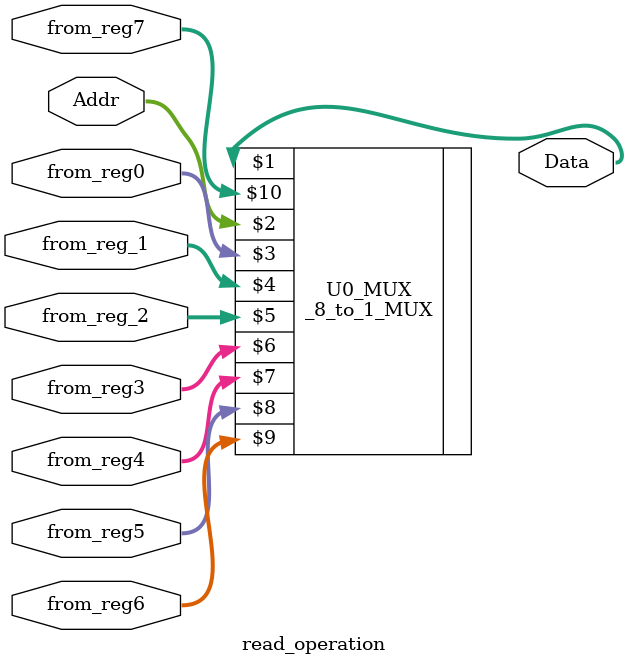
<source format=v>
module read_operation(Data, Addr, from_reg0, from_reg_1, from_reg_2, from_reg3, from_reg4, from_reg5, from_reg6, from_reg7);		//read operation
	input [31:0] from_reg0, from_reg_1, from_reg_2, from_reg3, from_reg4, from_reg5, from_reg6, from_reg7;
	input [2:0] Addr;
	output [31:0] Data;

	_8_to_1_MUX U0_MUX(Data, Addr, from_reg0, from_reg_1, from_reg_2, from_reg3, from_reg4, from_reg5, from_reg6, from_reg7);		//Seleted by Addr

endmodule

</source>
